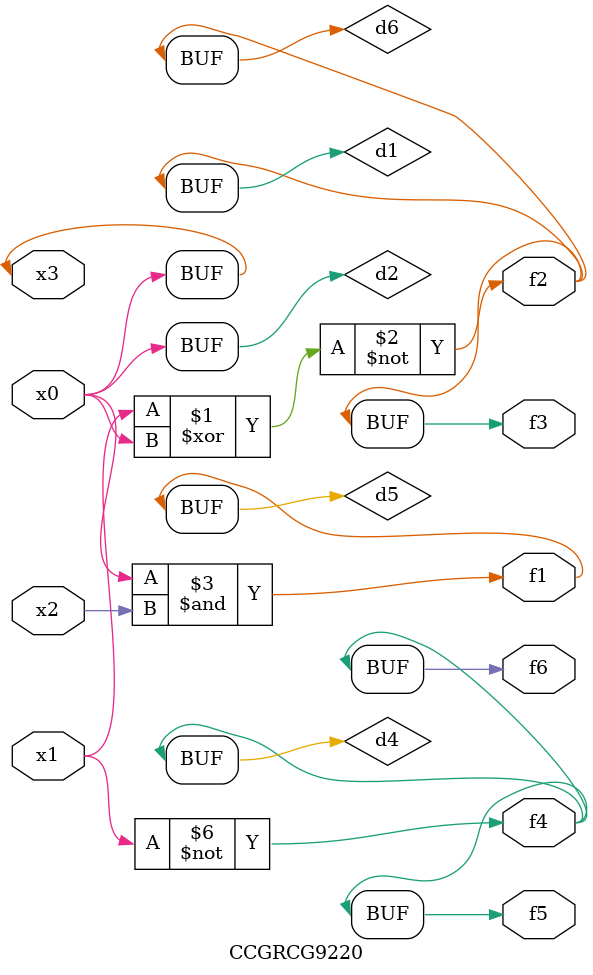
<source format=v>
module CCGRCG9220(
	input x0, x1, x2, x3,
	output f1, f2, f3, f4, f5, f6
);

	wire d1, d2, d3, d4, d5, d6;

	xnor (d1, x1, x3);
	buf (d2, x0, x3);
	nand (d3, x0, x2);
	not (d4, x1);
	nand (d5, d3);
	or (d6, d1);
	assign f1 = d5;
	assign f2 = d6;
	assign f3 = d6;
	assign f4 = d4;
	assign f5 = d4;
	assign f6 = d4;
endmodule

</source>
